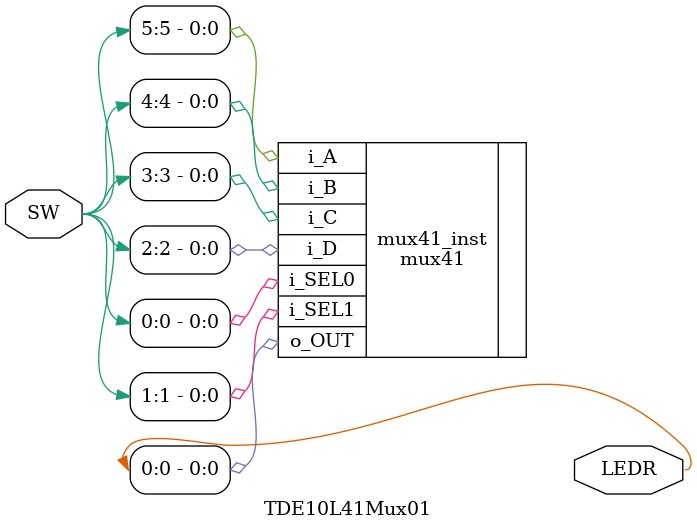
<source format=v>


module TDE10L41Mux01(
	input wire [9:0]	SW,
	output wire [9:0]	LEDR
);

//=======================================================
//  REG/WIRE declarations
//=======================================================

mux41 mux41_inst(
	.i_A(SW[5]),
	.i_B(SW[4]),
	.i_C(SW[3]),
	.i_D(SW[2]),
	.i_SEL0(SW[0]),
	.i_SEL1(SW[1]),
	.o_OUT(LEDR[0])
);

//=======================================================
//  Structural coding
//=======================================================

endmodule

</source>
